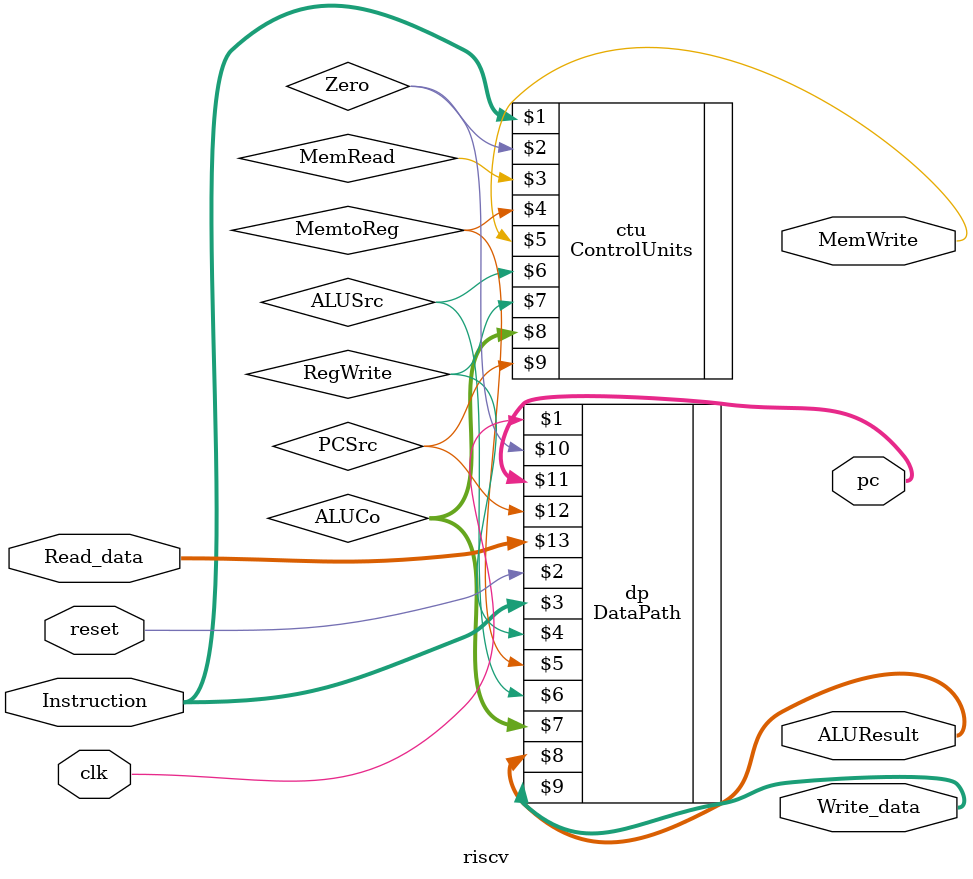
<source format=v>
`include "control_units.v"
`include "datapath.v"

module riscv(clk, reset, pc, Instruction, MemWrite, ALUResult, Write_data, Read_data);
	input clk, reset;
	output [63:0] pc;

	input [31:0] Instruction;
	output MemWrite;
	output [63:0] ALUResult, Write_data;
	input [63:0] Read_data;

	wire MemtoReg, PCSrc, Zero, ALUSrc, RegWrite;
	wire [3:0] ALUCo;

	ControlUnits ctu(Instruction, Zero, MemRead, MemtoReg, MemWrite, ALUSrc, RegWrite, ALUCo, PCSrc);

	DataPath dp(clk, reset, Instruction, RegWrite, MemtoReg, ALUSrc, ALUCo, ALUResult, Write_data, Zero, pc, PCSrc, Read_data);

endmodule

</source>
